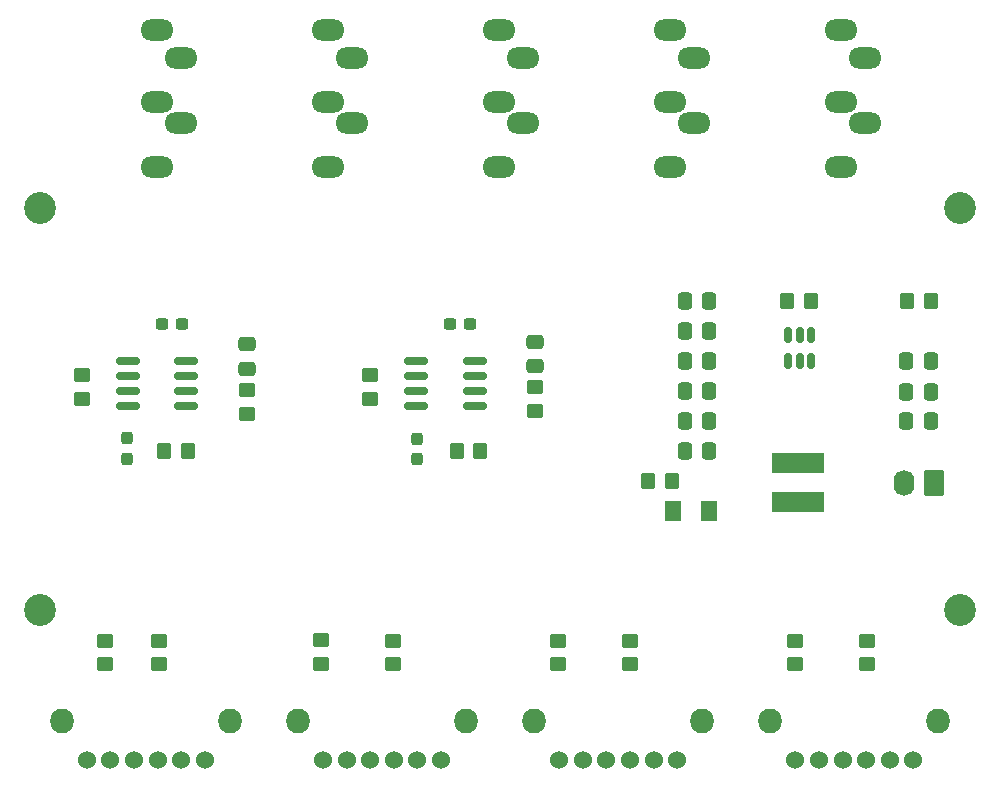
<source format=gbr>
%TF.GenerationSoftware,KiCad,Pcbnew,8.0.1*%
%TF.CreationDate,2024-11-05T21:38:58+00:00*%
%TF.ProjectId,Tiny4xPoweredStereoMixer,54696e79-3478-4506-9f77-657265645374,C*%
%TF.SameCoordinates,Original*%
%TF.FileFunction,Soldermask,Top*%
%TF.FilePolarity,Negative*%
%FSLAX46Y46*%
G04 Gerber Fmt 4.6, Leading zero omitted, Abs format (unit mm)*
G04 Created by KiCad (PCBNEW 8.0.1) date 2024-11-05 21:38:58*
%MOMM*%
%LPD*%
G01*
G04 APERTURE LIST*
G04 Aperture macros list*
%AMRoundRect*
0 Rectangle with rounded corners*
0 $1 Rounding radius*
0 $2 $3 $4 $5 $6 $7 $8 $9 X,Y pos of 4 corners*
0 Add a 4 corners polygon primitive as box body*
4,1,4,$2,$3,$4,$5,$6,$7,$8,$9,$2,$3,0*
0 Add four circle primitives for the rounded corners*
1,1,$1+$1,$2,$3*
1,1,$1+$1,$4,$5*
1,1,$1+$1,$6,$7*
1,1,$1+$1,$8,$9*
0 Add four rect primitives between the rounded corners*
20,1,$1+$1,$2,$3,$4,$5,0*
20,1,$1+$1,$4,$5,$6,$7,0*
20,1,$1+$1,$6,$7,$8,$9,0*
20,1,$1+$1,$8,$9,$2,$3,0*%
G04 Aperture macros list end*
%ADD10RoundRect,0.250000X0.450000X-0.350000X0.450000X0.350000X-0.450000X0.350000X-0.450000X-0.350000X0*%
%ADD11RoundRect,0.250000X0.475000X-0.337500X0.475000X0.337500X-0.475000X0.337500X-0.475000X-0.337500X0*%
%ADD12RoundRect,0.150000X-0.825000X-0.150000X0.825000X-0.150000X0.825000X0.150000X-0.825000X0.150000X0*%
%ADD13RoundRect,0.250000X-0.337500X-0.475000X0.337500X-0.475000X0.337500X0.475000X-0.337500X0.475000X0*%
%ADD14RoundRect,0.237500X0.300000X0.237500X-0.300000X0.237500X-0.300000X-0.237500X0.300000X-0.237500X0*%
%ADD15RoundRect,0.250000X-0.350000X-0.450000X0.350000X-0.450000X0.350000X0.450000X-0.350000X0.450000X0*%
%ADD16O,2.800000X1.800000*%
%ADD17R,4.500000X1.750000*%
%ADD18RoundRect,0.150000X0.150000X-0.512500X0.150000X0.512500X-0.150000X0.512500X-0.150000X-0.512500X0*%
%ADD19RoundRect,0.237500X-0.237500X0.300000X-0.237500X-0.300000X0.237500X-0.300000X0.237500X0.300000X0*%
%ADD20C,2.700000*%
%ADD21RoundRect,0.250000X0.620000X0.845000X-0.620000X0.845000X-0.620000X-0.845000X0.620000X-0.845000X0*%
%ADD22O,1.740000X2.190000*%
%ADD23O,2.000000X2.100000*%
%ADD24C,1.524000*%
%ADD25RoundRect,0.250001X0.462499X0.624999X-0.462499X0.624999X-0.462499X-0.624999X0.462499X-0.624999X0*%
G04 APERTURE END LIST*
D10*
%TO.C,R1*%
X168656000Y-105648000D03*
X168656000Y-103648000D03*
%TD*%
D11*
%TO.C,C20*%
X146602000Y-80412500D03*
X146602000Y-78337500D03*
%TD*%
D12*
%TO.C,U2*%
X112107000Y-79972500D03*
X112107000Y-81242500D03*
X112107000Y-82512500D03*
X112107000Y-83782500D03*
X117057000Y-83782500D03*
X117057000Y-82512500D03*
X117057000Y-81242500D03*
X117057000Y-79972500D03*
%TD*%
D13*
%TO.C,C2*%
X178054000Y-82588000D03*
X180129000Y-82588000D03*
%TD*%
D10*
%TO.C,R4*%
X110236000Y-105648000D03*
X110236000Y-103648000D03*
%TD*%
%TO.C,R7*%
X134620000Y-105648000D03*
X134620000Y-103648000D03*
%TD*%
%TO.C,R10*%
X146602000Y-84185000D03*
X146602000Y-82185000D03*
%TD*%
%TO.C,R6*%
X154686000Y-105648000D03*
X154686000Y-103648000D03*
%TD*%
D14*
%TO.C,C9*%
X116714500Y-76797500D03*
X114989500Y-76797500D03*
%TD*%
%TO.C,C13*%
X141114500Y-76835000D03*
X139389500Y-76835000D03*
%TD*%
D15*
%TO.C,R12*%
X139970000Y-87630000D03*
X141970000Y-87630000D03*
%TD*%
%TO.C,R18*%
X178091500Y-74930000D03*
X180091500Y-74930000D03*
%TD*%
D16*
%TO.C,J1*%
X116631800Y-59817600D03*
X114631800Y-58017600D03*
X114631800Y-51917600D03*
X116631800Y-54317600D03*
X114631800Y-63517600D03*
%TD*%
D13*
%TO.C,C26*%
X159264500Y-82550000D03*
X161339500Y-82550000D03*
%TD*%
D15*
%TO.C,R14*%
X115205000Y-87630000D03*
X117205000Y-87630000D03*
%TD*%
D10*
%TO.C,R13*%
X108232000Y-83147500D03*
X108232000Y-81147500D03*
%TD*%
%TO.C,R2*%
X148590000Y-105648000D03*
X148590000Y-103648000D03*
%TD*%
%TO.C,R5*%
X174752000Y-105648000D03*
X174752000Y-103648000D03*
%TD*%
D16*
%TO.C,J4*%
X160065800Y-59817600D03*
X158065800Y-58017600D03*
X158065800Y-51917600D03*
X160065800Y-54317600D03*
X158065800Y-63517600D03*
%TD*%
D10*
%TO.C,R15*%
X122202000Y-84417500D03*
X122202000Y-82417500D03*
%TD*%
D13*
%TO.C,C25*%
X159264500Y-80010000D03*
X161339500Y-80010000D03*
%TD*%
D10*
%TO.C,R9*%
X132632000Y-83185000D03*
X132632000Y-81185000D03*
%TD*%
D17*
%TO.C,L1*%
X168910000Y-88646000D03*
X168910000Y-91896000D03*
%TD*%
D18*
%TO.C,U3*%
X168047500Y-80010000D03*
X168997500Y-80010000D03*
X169947500Y-80010000D03*
X169947500Y-77735000D03*
X168997500Y-77735000D03*
X168047500Y-77735000D03*
%TD*%
D19*
%TO.C,C6*%
X112042000Y-86502500D03*
X112042000Y-88227500D03*
%TD*%
D15*
%TO.C,R19*%
X167959500Y-74930000D03*
X169959500Y-74930000D03*
%TD*%
D20*
%TO.C,H4*%
X182626000Y-101041200D03*
%TD*%
D16*
%TO.C,J3*%
X145587800Y-59817600D03*
X143587800Y-58017600D03*
X143587800Y-51917600D03*
X145587800Y-54317600D03*
X143587800Y-63517600D03*
%TD*%
D13*
%TO.C,C24*%
X159264500Y-77442000D03*
X161339500Y-77442000D03*
%TD*%
D20*
%TO.C,H3*%
X104673400Y-101041200D03*
%TD*%
D10*
%TO.C,R3*%
X128524000Y-105632000D03*
X128524000Y-103632000D03*
%TD*%
D13*
%TO.C,C1*%
X178054000Y-80010000D03*
X180129000Y-80010000D03*
%TD*%
%TO.C,C21*%
X159264500Y-85090000D03*
X161339500Y-85090000D03*
%TD*%
%TO.C,C22*%
X159264500Y-87630000D03*
X161339500Y-87630000D03*
%TD*%
D20*
%TO.C,H2*%
X182626000Y-67005200D03*
%TD*%
%TO.C,H1*%
X104673400Y-66979800D03*
%TD*%
D21*
%TO.C,J5*%
X180361500Y-90271000D03*
D22*
X177821500Y-90271000D03*
%TD*%
D23*
%TO.C,RV1*%
X106553000Y-110472000D03*
X120753000Y-110472000D03*
D24*
X112653000Y-113772000D03*
X114653000Y-113772000D03*
X116653000Y-113772000D03*
X110653000Y-113772000D03*
X108653000Y-113772000D03*
X118653000Y-113772000D03*
%TD*%
D11*
%TO.C,C19*%
X122202000Y-80645000D03*
X122202000Y-78570000D03*
%TD*%
D16*
%TO.C,J9*%
X174543800Y-59817600D03*
X172543800Y-58017600D03*
X172543800Y-51917600D03*
X174543800Y-54317600D03*
X172543800Y-63517600D03*
%TD*%
D13*
%TO.C,C3*%
X178054000Y-85090000D03*
X180129000Y-85090000D03*
%TD*%
D19*
%TO.C,C8*%
X136619800Y-86540000D03*
X136619800Y-88265000D03*
%TD*%
D25*
%TO.C,D1*%
X161293200Y-92710000D03*
X158318200Y-92710000D03*
%TD*%
D16*
%TO.C,J2*%
X131109800Y-59817600D03*
X129109800Y-58017600D03*
X129109800Y-51917600D03*
X131109800Y-54317600D03*
X129109800Y-63517600D03*
%TD*%
D23*
%TO.C,RV2*%
X126548066Y-110472000D03*
X140748066Y-110472000D03*
D24*
X132648066Y-113772000D03*
X134648066Y-113772000D03*
X136648066Y-113772000D03*
X130648066Y-113772000D03*
X128648066Y-113772000D03*
X138648066Y-113772000D03*
%TD*%
D12*
%TO.C,U1*%
X136543600Y-80010000D03*
X136543600Y-81280000D03*
X136543600Y-82550000D03*
X136543600Y-83820000D03*
X141493600Y-83820000D03*
X141493600Y-82550000D03*
X141493600Y-81280000D03*
X141493600Y-80010000D03*
%TD*%
D23*
%TO.C,RV3*%
X146543132Y-110472000D03*
X160743132Y-110472000D03*
D24*
X152643132Y-113772000D03*
X154643132Y-113772000D03*
X156643132Y-113772000D03*
X150643132Y-113772000D03*
X148643132Y-113772000D03*
X158643132Y-113772000D03*
%TD*%
D10*
%TO.C,R8*%
X114808000Y-105648000D03*
X114808000Y-103648000D03*
%TD*%
D15*
%TO.C,R20*%
X156210000Y-90170000D03*
X158210000Y-90170000D03*
%TD*%
D13*
%TO.C,C23*%
X159264500Y-74930000D03*
X161339500Y-74930000D03*
%TD*%
D23*
%TO.C,RV4*%
X166538200Y-110472000D03*
X180738200Y-110472000D03*
D24*
X172638200Y-113772000D03*
X174638200Y-113772000D03*
X176638200Y-113772000D03*
X170638200Y-113772000D03*
X168638200Y-113772000D03*
X178638200Y-113772000D03*
%TD*%
M02*

</source>
